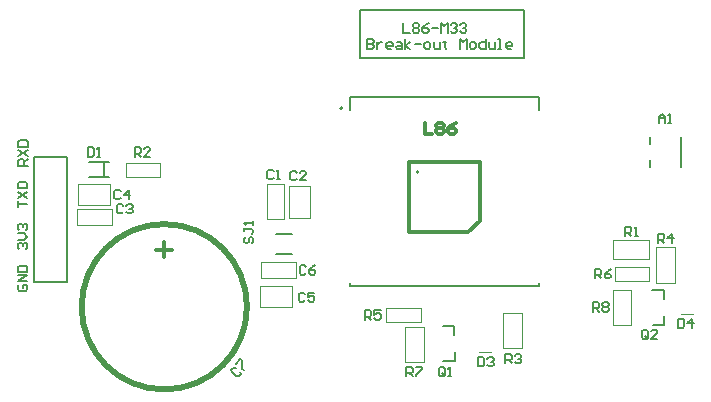
<source format=gto>
G04*
G04 #@! TF.GenerationSoftware,Altium Limited,Altium Designer,22.3.1 (43)*
G04*
G04 Layer_Color=65535*
%FSLAX25Y25*%
%MOIN*%
G70*
G04*
G04 #@! TF.SameCoordinates,13010D4F-CA40-4925-A7E6-2A4E1DD476F1*
G04*
G04*
G04 #@! TF.FilePolarity,Positive*
G04*
G01*
G75*
%ADD10C,0.01968*%
%ADD11C,0.00787*%
%ADD12C,0.00500*%
%ADD13C,0.00394*%
%ADD14C,0.01181*%
%ADD15C,0.00591*%
D10*
X62008Y26772D02*
G03*
X62008Y26772I-27559J0D01*
G01*
D11*
X119249Y71686D02*
G03*
X119249Y71686I-394J0D01*
G01*
X93858Y92913D02*
G03*
X93858Y92913I-394J0D01*
G01*
X1969Y34921D02*
Y76653D01*
X-9055Y34921D02*
X1969D01*
X-9055Y76653D02*
X1969D01*
X-9055Y34921D02*
Y76653D01*
X99606Y125591D02*
X154331D01*
Y109843D02*
Y125591D01*
X99606Y109843D02*
X154331D01*
X99606D02*
Y125591D01*
X114173Y121259D02*
Y118110D01*
X116272D01*
X117322Y120734D02*
X117847Y121259D01*
X118896D01*
X119421Y120734D01*
Y120209D01*
X118896Y119685D01*
X119421Y119160D01*
Y118635D01*
X118896Y118110D01*
X117847D01*
X117322Y118635D01*
Y119160D01*
X117847Y119685D01*
X117322Y120209D01*
Y120734D01*
X117847Y119685D02*
X118896D01*
X122570Y121259D02*
X121520Y120734D01*
X120470Y119685D01*
Y118635D01*
X120995Y118110D01*
X122045D01*
X122570Y118635D01*
Y119160D01*
X122045Y119685D01*
X120470D01*
X123619D02*
X125718D01*
X126768Y118110D02*
Y121259D01*
X127817Y120209D01*
X128867Y121259D01*
Y118110D01*
X129916Y120734D02*
X130441Y121259D01*
X131491D01*
X132015Y120734D01*
Y120209D01*
X131491Y119685D01*
X130966D01*
X131491D01*
X132015Y119160D01*
Y118635D01*
X131491Y118110D01*
X130441D01*
X129916Y118635D01*
X133065Y120734D02*
X133589Y121259D01*
X134639D01*
X135164Y120734D01*
Y120209D01*
X134639Y119685D01*
X134114D01*
X134639D01*
X135164Y119160D01*
Y118635D01*
X134639Y118110D01*
X133589D01*
X133065Y118635D01*
D12*
X206693Y73228D02*
Y83465D01*
X196457Y80984D02*
Y83465D01*
Y73228D02*
Y75709D01*
X71772Y44291D02*
X77047D01*
X71772Y50984D02*
X77047D01*
X9252Y74902D02*
X14370D01*
X15945D01*
X14370Y69980D02*
X15945D01*
X9252D02*
X14370D01*
Y74902D01*
X96417Y92520D02*
Y96850D01*
X159409D01*
Y92520D02*
Y96850D01*
X96417Y33858D02*
Y34646D01*
Y33858D02*
X159409D01*
Y34646D01*
D13*
X139268Y11713D02*
X143205D01*
X206791Y24213D02*
X210728D01*
X75976Y67138D02*
X83079D01*
Y56484D02*
Y67138D01*
X75976Y56484D02*
X83079D01*
X75976D02*
Y67138D01*
X16350Y60622D02*
Y67724D01*
X5697Y60622D02*
X16350D01*
X5697D02*
Y67724D01*
X16350D01*
X76980Y26665D02*
Y33768D01*
X66327Y26665D02*
X76980D01*
X66327D02*
Y33768D01*
X76980D01*
X74213Y56102D02*
Y59153D01*
X68664Y56102D02*
Y67754D01*
Y56102D02*
X74213D01*
Y59153D02*
Y64665D01*
X68664Y67754D02*
X74207D01*
Y64671D02*
Y67754D01*
Y64671D02*
X74213Y64665D01*
X5217Y53937D02*
X8268D01*
X5217Y59485D02*
X16868D01*
X5217Y53937D02*
Y59485D01*
X8268Y53937D02*
X13780D01*
X16868Y53943D02*
Y59485D01*
X13785Y53943D02*
X16868D01*
X13780Y53937D02*
X13785Y53943D01*
X66566Y36236D02*
X69617D01*
X66566Y41785D02*
X78218D01*
X66566Y36236D02*
Y41785D01*
X69617Y36236D02*
X75129D01*
X78218Y36242D02*
Y41785D01*
X75134Y36242D02*
X78218D01*
X75129Y36236D02*
X75134Y36242D01*
X184055Y42618D02*
X195866D01*
X184055D02*
Y48917D01*
X195866D01*
Y42618D02*
Y48917D01*
X153642Y12894D02*
Y24705D01*
X147343Y12894D02*
X153642D01*
X147343D02*
Y24705D01*
X153642D01*
X198228Y34744D02*
Y46555D01*
X204527D01*
Y34744D02*
Y46555D01*
X198228Y34744D02*
X204527D01*
X120866Y8268D02*
Y20079D01*
X114567Y8268D02*
X120866D01*
X114567D02*
Y20079D01*
X120866D01*
X190157Y20669D02*
Y32480D01*
X183858Y20669D02*
X190157D01*
X183858D02*
Y32480D01*
X190157D01*
X108458Y21654D02*
Y26378D01*
Y21654D02*
X119905D01*
Y26378D01*
X108458D02*
X119905D01*
X184541Y35236D02*
Y39961D01*
Y35236D02*
X195987D01*
Y39961D01*
X184541D02*
X195987D01*
X33077Y70079D02*
Y74803D01*
X21631D02*
X33077D01*
X21631Y70079D02*
Y74803D01*
Y70079D02*
X33077D01*
D14*
X31757Y45669D02*
X36875D01*
X34449Y43244D02*
Y48362D01*
X139724Y55512D02*
Y75197D01*
X135787Y51575D02*
X139724Y55512D01*
X116102Y51575D02*
X135787D01*
X116102Y75197D02*
X139724D01*
X116102Y51575D02*
Y75197D01*
X121221Y88188D02*
Y84252D01*
X123844D01*
X125156Y87532D02*
X125812Y88188D01*
X127124D01*
X127780Y87532D01*
Y86876D01*
X127124Y86220D01*
X127780Y85564D01*
Y84908D01*
X127124Y84252D01*
X125812D01*
X125156Y84908D01*
Y85564D01*
X125812Y86220D01*
X125156Y86876D01*
Y87532D01*
X125812Y86220D02*
X127124D01*
X131716Y88188D02*
X130404Y87532D01*
X129092Y86220D01*
Y84908D01*
X129748Y84252D01*
X131060D01*
X131716Y84908D01*
Y85564D01*
X131060Y86220D01*
X129092D01*
D15*
X131102Y17520D02*
Y20472D01*
X127264D02*
X131102D01*
X131201Y8661D02*
Y11614D01*
X127362Y8661D02*
X131201D01*
X200984Y29528D02*
Y32480D01*
X197146D02*
X200984D01*
X201083Y20669D02*
Y23622D01*
X197244Y20669D02*
X201083D01*
X-13844Y45997D02*
X-14369Y46522D01*
Y47572D01*
X-13844Y48096D01*
X-13319D01*
X-12795Y47572D01*
Y47047D01*
Y47572D01*
X-12270Y48096D01*
X-11745D01*
X-11220Y47572D01*
Y46522D01*
X-11745Y45997D01*
X-14369Y49146D02*
X-12270D01*
X-11220Y50195D01*
X-12270Y51245D01*
X-14369D01*
X-13844Y52295D02*
X-14369Y52819D01*
Y53869D01*
X-13844Y54394D01*
X-13319D01*
X-12795Y53869D01*
Y53344D01*
Y53869D01*
X-12270Y54394D01*
X-11745D01*
X-11220Y53869D01*
Y52819D01*
X-11745Y52295D01*
X-11122Y73819D02*
X-14271D01*
Y75393D01*
X-13746Y75918D01*
X-12696D01*
X-12172Y75393D01*
Y73819D01*
Y74868D02*
X-11122Y75918D01*
X-14271Y76968D02*
X-11122Y79066D01*
X-14271D02*
X-11122Y76968D01*
X-14271Y80116D02*
X-11122D01*
Y81690D01*
X-11647Y82215D01*
X-13746D01*
X-14271Y81690D01*
Y80116D01*
X-14369Y59908D02*
Y62007D01*
Y60958D01*
X-11220D01*
X-14369Y63057D02*
X-11220Y65156D01*
X-14369D02*
X-11220Y63057D01*
X-14369Y66205D02*
X-11220D01*
Y67780D01*
X-11745Y68304D01*
X-13844D01*
X-14369Y67780D01*
Y66205D01*
X-13844Y34186D02*
X-14369Y33661D01*
Y32611D01*
X-13844Y32087D01*
X-11745D01*
X-11220Y32611D01*
Y33661D01*
X-11745Y34186D01*
X-12795D01*
Y33136D01*
X-11220Y35235D02*
X-14369D01*
X-11220Y37334D01*
X-14369D01*
Y38384D02*
X-11220D01*
Y39958D01*
X-11745Y40483D01*
X-13844D01*
X-14369Y39958D01*
Y38384D01*
X102165Y115944D02*
Y112795D01*
X103740D01*
X104264Y113320D01*
Y113845D01*
X103740Y114370D01*
X102165D01*
X103740D01*
X104264Y114894D01*
Y115419D01*
X103740Y115944D01*
X102165D01*
X105314Y114894D02*
Y112795D01*
Y113845D01*
X105839Y114370D01*
X106363Y114894D01*
X106888D01*
X110037Y112795D02*
X108987D01*
X108463Y113320D01*
Y114370D01*
X108987Y114894D01*
X110037D01*
X110562Y114370D01*
Y113845D01*
X108463D01*
X112136Y114894D02*
X113185D01*
X113710Y114370D01*
Y112795D01*
X112136D01*
X111611Y113320D01*
X112136Y113845D01*
X113710D01*
X114760Y112795D02*
Y115944D01*
Y113845D02*
X116334Y114894D01*
X114760Y113845D02*
X116334Y112795D01*
X117908Y114370D02*
X120007D01*
X121582Y112795D02*
X122631D01*
X123156Y113320D01*
Y114370D01*
X122631Y114894D01*
X121582D01*
X121057Y114370D01*
Y113320D01*
X121582Y112795D01*
X124206Y114894D02*
Y113320D01*
X124730Y112795D01*
X126304D01*
Y114894D01*
X127879Y115419D02*
Y114894D01*
X127354D01*
X128404D01*
X127879D01*
Y113320D01*
X128404Y112795D01*
X133126D02*
Y115944D01*
X134176Y114894D01*
X135225Y115944D01*
Y112795D01*
X136800D02*
X137849D01*
X138374Y113320D01*
Y114370D01*
X137849Y114894D01*
X136800D01*
X136275Y114370D01*
Y113320D01*
X136800Y112795D01*
X141523Y115944D02*
Y112795D01*
X139948D01*
X139424Y113320D01*
Y114370D01*
X139948Y114894D01*
X141523D01*
X142572D02*
Y113320D01*
X143097Y112795D01*
X144671D01*
Y114894D01*
X145721Y112795D02*
X146770D01*
X146246D01*
Y115944D01*
X145721D01*
X149919Y112795D02*
X148869D01*
X148345Y113320D01*
Y114370D01*
X148869Y114894D01*
X149919D01*
X150444Y114370D01*
Y113845D01*
X148345D01*
X8925Y79921D02*
Y76772D01*
X10499D01*
X11024Y77297D01*
Y79396D01*
X10499Y79921D01*
X8925D01*
X12073Y76772D02*
X13123D01*
X12598D01*
Y79921D01*
X12073Y79396D01*
X24542Y76772D02*
Y79921D01*
X26116D01*
X26641Y79396D01*
Y78347D01*
X26116Y77822D01*
X24542D01*
X25591D02*
X26641Y76772D01*
X29789D02*
X27690D01*
X29789Y78871D01*
Y79396D01*
X29264Y79921D01*
X28215D01*
X27690Y79396D01*
X61549Y50001D02*
X61024Y49476D01*
Y48426D01*
X61549Y47901D01*
X62074D01*
X62598Y48426D01*
Y49476D01*
X63123Y50001D01*
X63648D01*
X64173Y49476D01*
Y48426D01*
X63648Y47901D01*
X61024Y53149D02*
Y52100D01*
Y52624D01*
X63648D01*
X64173Y52100D01*
Y51575D01*
X63648Y51050D01*
X64173Y54199D02*
Y55248D01*
Y54723D01*
X61024D01*
X61549Y54199D01*
X205644Y22834D02*
Y19686D01*
X207218D01*
X207743Y20210D01*
Y22309D01*
X207218Y22834D01*
X205644D01*
X210367Y19686D02*
Y22834D01*
X208792Y21260D01*
X210892D01*
X177297Y25197D02*
Y28346D01*
X178872D01*
X179396Y27821D01*
Y26772D01*
X178872Y26247D01*
X177297D01*
X178347D02*
X179396Y25197D01*
X180446Y27821D02*
X180971Y28346D01*
X182020D01*
X182545Y27821D01*
Y27296D01*
X182020Y26772D01*
X182545Y26247D01*
Y25722D01*
X182020Y25197D01*
X180971D01*
X180446Y25722D01*
Y26247D01*
X180971Y26772D01*
X180446Y27296D01*
Y27821D01*
X180971Y26772D02*
X182020D01*
X115093Y3544D02*
Y6692D01*
X116667D01*
X117192Y6168D01*
Y5118D01*
X116667Y4593D01*
X115093D01*
X116142D02*
X117192Y3544D01*
X118241Y6692D02*
X120340D01*
Y6168D01*
X118241Y4069D01*
Y3544D01*
X178085Y36221D02*
Y39370D01*
X179659D01*
X180184Y38845D01*
Y37795D01*
X179659Y37271D01*
X178085D01*
X179134D02*
X180184Y36221D01*
X183333Y39370D02*
X182283Y38845D01*
X181233Y37795D01*
Y36746D01*
X181758Y36221D01*
X182808D01*
X183333Y36746D01*
Y37271D01*
X182808Y37795D01*
X181233D01*
X101313Y22442D02*
Y25590D01*
X102887D01*
X103412Y25065D01*
Y24016D01*
X102887Y23491D01*
X101313D01*
X102363D02*
X103412Y22442D01*
X106561Y25590D02*
X104462D01*
Y24016D01*
X105511Y24541D01*
X106036D01*
X106561Y24016D01*
Y22966D01*
X106036Y22442D01*
X104987D01*
X104462Y22966D01*
X198951Y48032D02*
Y51181D01*
X200525D01*
X201050Y50656D01*
Y49606D01*
X200525Y49082D01*
X198951D01*
X200001D02*
X201050Y48032D01*
X203674D02*
Y51181D01*
X202100Y49606D01*
X204199D01*
X148164Y7875D02*
Y11023D01*
X149738D01*
X150263Y10498D01*
Y9449D01*
X149738Y8924D01*
X148164D01*
X149213D02*
X150263Y7875D01*
X151312Y10498D02*
X151837Y11023D01*
X152886D01*
X153411Y10498D01*
Y9974D01*
X152886Y9449D01*
X152362D01*
X152886D01*
X153411Y8924D01*
Y8399D01*
X152886Y7875D01*
X151837D01*
X151312Y8399D01*
X188058Y50296D02*
Y53444D01*
X189633D01*
X190157Y52920D01*
Y51870D01*
X189633Y51345D01*
X188058D01*
X189108D02*
X190157Y50296D01*
X191207D02*
X192256D01*
X191732D01*
Y53444D01*
X191207Y52920D01*
X195637Y16569D02*
Y18668D01*
X195112Y19192D01*
X194062D01*
X193538Y18668D01*
Y16569D01*
X194062Y16044D01*
X195112D01*
X194587Y17093D02*
X195637Y16044D01*
X195112D02*
X195637Y16569D01*
X198785Y16044D02*
X196686D01*
X198785Y18143D01*
Y18668D01*
X198260Y19192D01*
X197211D01*
X196686Y18668D01*
X127953Y4069D02*
Y6168D01*
X127428Y6692D01*
X126379D01*
X125854Y6168D01*
Y4069D01*
X126379Y3544D01*
X127428D01*
X126903Y4593D02*
X127953Y3544D01*
X127428D02*
X127953Y4069D01*
X129002Y3544D02*
X130052D01*
X129527D01*
Y6692D01*
X129002Y6168D01*
X139010Y10039D02*
Y6890D01*
X140584D01*
X141109Y7415D01*
Y9514D01*
X140584Y10039D01*
X139010D01*
X142159Y9514D02*
X142683Y10039D01*
X143733D01*
X144258Y9514D01*
Y8989D01*
X143733Y8465D01*
X143208D01*
X143733D01*
X144258Y7940D01*
Y7415D01*
X143733Y6890D01*
X142683D01*
X142159Y7415D01*
X58228Y6519D02*
X57489Y6454D01*
X56814Y5650D01*
X56879Y4911D01*
X58487Y3562D01*
X59226Y3627D01*
X59900Y4431D01*
X59836Y5170D01*
X58500Y7660D02*
X59850Y9268D01*
X60252Y8931D01*
X60510Y5974D01*
X60913Y5636D01*
X81660Y40124D02*
X81135Y40649D01*
X80086D01*
X79561Y40124D01*
Y38025D01*
X80086Y37501D01*
X81135D01*
X81660Y38025D01*
X84809Y40649D02*
X83759Y40124D01*
X82710Y39075D01*
Y38025D01*
X83235Y37501D01*
X84284D01*
X84809Y38025D01*
Y38550D01*
X84284Y39075D01*
X82710D01*
X81365Y30971D02*
X80840Y31496D01*
X79791D01*
X79266Y30971D01*
Y28872D01*
X79791Y28347D01*
X80840D01*
X81365Y28872D01*
X84514Y31496D02*
X82415D01*
Y29921D01*
X83464Y30446D01*
X83989D01*
X84514Y29921D01*
Y28872D01*
X83989Y28347D01*
X82939D01*
X82415Y28872D01*
X19948Y65223D02*
X19423Y65747D01*
X18373D01*
X17849Y65223D01*
Y63124D01*
X18373Y62599D01*
X19423D01*
X19948Y63124D01*
X22571Y62599D02*
Y65747D01*
X20997Y64173D01*
X23096D01*
X20735Y60498D02*
X20210Y61023D01*
X19161D01*
X18636Y60498D01*
Y58399D01*
X19161Y57875D01*
X20210D01*
X20735Y58399D01*
X21785Y60498D02*
X22309Y61023D01*
X23359D01*
X23884Y60498D01*
Y59974D01*
X23359Y59449D01*
X22834D01*
X23359D01*
X23884Y58924D01*
Y58399D01*
X23359Y57875D01*
X22309D01*
X21785Y58399D01*
X78609Y71522D02*
X78084Y72047D01*
X77035D01*
X76510Y71522D01*
Y69423D01*
X77035Y68898D01*
X78084D01*
X78609Y69423D01*
X81758Y68898D02*
X79659D01*
X81758Y70997D01*
Y71522D01*
X81233Y72047D01*
X80183D01*
X79659Y71522D01*
X70866Y71916D02*
X70341Y72440D01*
X69292D01*
X68767Y71916D01*
Y69817D01*
X69292Y69292D01*
X70341D01*
X70866Y69817D01*
X71916Y69292D02*
X72965D01*
X72440D01*
Y72440D01*
X71916Y71916D01*
X199279Y87993D02*
Y90092D01*
X200328Y91141D01*
X201378Y90092D01*
Y87993D01*
Y89567D01*
X199279D01*
X202428Y87993D02*
X203477D01*
X202952D01*
Y91141D01*
X202428Y90617D01*
M02*

</source>
